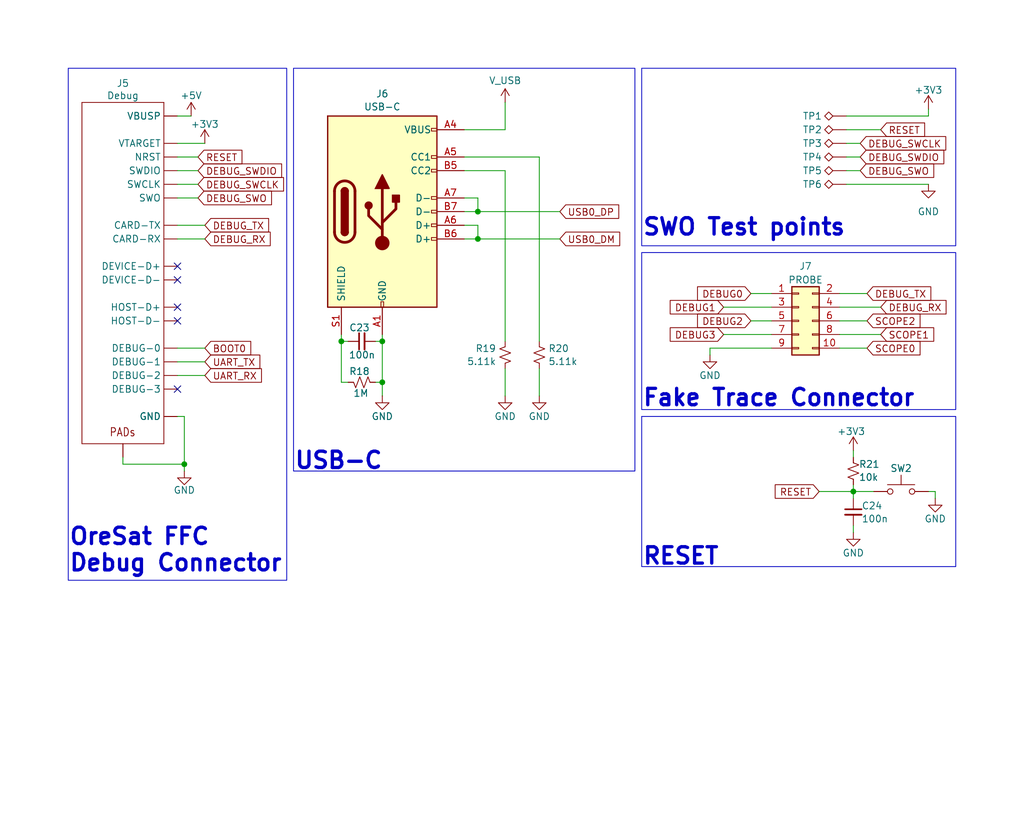
<source format=kicad_sch>
(kicad_sch (version 20250114) (generator "eeschema") (generator_version "9.0")
  (paper "User" 190.5 152.4)
  (title_block (title "OreSat Reaction Wheel Control Board (MCXN Version)") (rev "3") (company "Chris Kane-Pardy, Portland State Aerospace Society"))
  (lib_symbols
    (symbol "Connector:TestPoint_Alt" (pin_numbers (hide yes)) (pin_names (offset 0.762) (hide yes))
      (property "Reference" "TP" (at 0 6.858 0))
      (property "Value" "TestPoint_Alt" (at 0 5.08 0))
      (symbol "TestPoint_Alt_0_1"
        (polyline (pts (xy 0 2.54) (xy -0.762 3.302) (xy 0 4.064) (xy 0.762 3.302) (xy 0 2.54)))
      )
      (symbol "TestPoint_Alt_1_1"
        (pin passive line (at 0 0 90) (length 2.54) (name "1") (number "1"))
      )
    )
    (symbol "Connector:USB_C_Receptacle_USB2.0_14P" (pin_names (offset 1.016))
      (property "Reference" "J" (at 0 22.225 0))
      (property "Value" "USB_C_Receptacle_USB2.0_14P" (at 0 19.685 0))
      (symbol "USB_C_Receptacle_USB2.0_14P_0_0"
        (rectangle (start -0.254 -17.78) (end 0.254 -16.764))
        (rectangle (start 10.16 15.494) (end 9.144 14.986))
        (rectangle (start 10.16 10.414) (end 9.144 9.906))
        (rectangle (start 10.16 7.874) (end 9.144 7.366))
        (rectangle (start 10.16 2.794) (end 9.144 2.286))
        (rectangle (start 10.16 0.254) (end 9.144 -0.254))
        (rectangle (start 10.16 -2.286) (end 9.144 -2.794))
        (rectangle (start 10.16 -4.826) (end 9.144 -5.334))
      )
      (symbol "USB_C_Receptacle_USB2.0_14P_0_1"
        (rectangle (start -10.16 17.78) (end 10.16 -17.78) (stroke (width 0.254)) (fill (type background)))
        (polyline (pts (xy -8.89 -3.81) (xy -8.89 3.81)) (stroke (width 0.508)))
        (rectangle (start -7.62 -3.81) (end -6.35 3.81) (stroke (width 0.254)) (fill (type outline)))
        (arc (start -7.62 3.81) (mid -6.985 4.4423) (end -6.35 3.81) (stroke (width 0.254)))
        (arc (start -7.62 3.81) (mid -6.985 4.4423) (end -6.35 3.81) (stroke (width 0.254)) (fill (type outline)))
        (arc (start -8.89 3.81) (mid -6.985 5.7067) (end -5.08 3.81) (stroke (width 0.508)))
        (arc (start -5.08 -3.81) (mid -6.985 -5.7067) (end -8.89 -3.81) (stroke (width 0.508)))
        (arc (start -6.35 -3.81) (mid -6.985 -4.4423) (end -7.62 -3.81) (stroke (width 0.254)))
        (arc (start -6.35 -3.81) (mid -6.985 -4.4423) (end -7.62 -3.81) (stroke (width 0.254)) (fill (type outline)))
        (polyline (pts (xy -5.08 3.81) (xy -5.08 -3.81)) (stroke (width 0.508)))
        (circle (center -2.54 1.143) (radius 0.635) (stroke (width 0.254)) (fill (type outline)))
        (polyline (pts (xy -1.27 4.318) (xy 0 6.858) (xy 1.27 4.318) (xy -1.27 4.318)) (stroke (width 0.254)) (fill (type outline)))
        (polyline (pts (xy 0 -2.032) (xy 2.54 0.508) (xy 2.54 1.778)) (stroke (width 0.508)))
        (polyline (pts (xy 0 -3.302) (xy -2.54 -0.762) (xy -2.54 0.508)) (stroke (width 0.508)))
        (polyline (pts (xy 0 -5.842) (xy 0 4.318)) (stroke (width 0.508)))
        (circle (center 0 -5.842) (radius 1.27) (fill (type outline)))
        (rectangle (start 1.905 1.778) (end 3.175 3.048) (stroke (width 0.254)) (fill (type outline)))
      )
      (symbol "USB_C_Receptacle_USB2.0_14P_1_1"
        (pin passive line (at -7.62 -22.86 90) (length 5.08) (name "SHIELD") (number "S1"))
        (pin passive line (at 0 -22.86 90) (length 5.08) (name "GND") (number "A1"))
        (pin passive line (at 0 -22.86 90) (length 5.08) (hide yes) (name "GND") (number "A12"))
        (pin passive line (at 0 -22.86 90) (length 5.08) (hide yes) (name "GND") (number "B1"))
        (pin passive line (at 0 -22.86 90) (length 5.08) (hide yes) (name "GND") (number "B12"))
        (pin passive line (at 15.24 15.24 180) (length 5.08) (name "VBUS") (number "A4"))
        (pin passive line (at 15.24 15.24 180) (length 5.08) (hide yes) (name "VBUS") (number "A9"))
        (pin passive line (at 15.24 15.24 180) (length 5.08) (hide yes) (name "VBUS") (number "B4"))
        (pin passive line (at 15.24 15.24 180) (length 5.08) (hide yes) (name "VBUS") (number "B9"))
        (pin bidirectional line (at 15.24 10.16 180) (length 5.08) (name "CC1") (number "A5"))
        (pin bidirectional line (at 15.24 7.62 180) (length 5.08) (name "CC2") (number "B5"))
        (pin bidirectional line (at 15.24 2.54 180) (length 5.08) (name "D-") (number "A7"))
        (pin bidirectional line (at 15.24 0 180) (length 5.08) (name "D-") (number "B7"))
        (pin bidirectional line (at 15.24 -2.54 180) (length 5.08) (name "D+") (number "A6"))
        (pin bidirectional line (at 15.24 -5.08 180) (length 5.08) (name "D+") (number "B6"))
      )
    )
    (symbol "Connector_Generic:Conn_02x05_Odd_Even" (pin_names (offset 1.016) (hide yes))
      (property "Reference" "J" (at 1.27 7.62 0))
      (property "Value" "Conn_02x05_Odd_Even" (at 1.27 -7.62 0))
      (symbol "Conn_02x05_Odd_Even_1_1"
        (rectangle (start -1.27 6.35) (end 3.81 -6.35) (stroke (width 0.254)) (fill (type background)))
        (rectangle (start -1.27 5.207) (end 0 4.953) (stroke (width 0.1524)))
        (rectangle (start -1.27 2.667) (end 0 2.413) (stroke (width 0.1524)))
        (rectangle (start -1.27 0.127) (end 0 -0.127) (stroke (width 0.1524)))
        (rectangle (start -1.27 -2.413) (end 0 -2.667) (stroke (width 0.1524)))
        (rectangle (start -1.27 -4.953) (end 0 -5.207) (stroke (width 0.1524)))
        (rectangle (start 3.81 5.207) (end 2.54 4.953) (stroke (width 0.1524)))
        (rectangle (start 3.81 2.667) (end 2.54 2.413) (stroke (width 0.1524)))
        (rectangle (start 3.81 0.127) (end 2.54 -0.127) (stroke (width 0.1524)))
        (rectangle (start 3.81 -2.413) (end 2.54 -2.667) (stroke (width 0.1524)))
        (rectangle (start 3.81 -4.953) (end 2.54 -5.207) (stroke (width 0.1524)))
        (pin passive line (at -5.08 5.08 0) (length 3.81) (name "Pin_1") (number "1"))
        (pin passive line (at -5.08 2.54 0) (length 3.81) (name "Pin_3") (number "3"))
        (pin passive line (at -5.08 0 0) (length 3.81) (name "Pin_5") (number "5"))
        (pin passive line (at -5.08 -2.54 0) (length 3.81) (name "Pin_7") (number "7"))
        (pin passive line (at -5.08 -5.08 0) (length 3.81) (name "Pin_9") (number "9"))
        (pin passive line (at 7.62 5.08 180) (length 3.81) (name "Pin_2") (number "2"))
        (pin passive line (at 7.62 2.54 180) (length 3.81) (name "Pin_4") (number "4"))
        (pin passive line (at 7.62 0 180) (length 3.81) (name "Pin_6") (number "6"))
        (pin passive line (at 7.62 -2.54 180) (length 3.81) (name "Pin_8") (number "8"))
        (pin passive line (at 7.62 -5.08 180) (length 3.81) (name "Pin_10") (number "10"))
      )
    )
    (symbol "Device:C_Small" (pin_numbers (hide yes)) (pin_names (offset 0.254) (hide yes))
      (property "Reference" "C" (at 0.254 1.778 0))
      (property "Value" "C_Small" (at 0.254 -2.032 0))
      (symbol "C_Small_0_1"
        (polyline (pts (xy -1.524 0.508) (xy 1.524 0.508)) (stroke (width 0.3048)))
        (polyline (pts (xy -1.524 -0.508) (xy 1.524 -0.508)) (stroke (width 0.3302)))
      )
      (symbol "C_Small_1_1"
        (pin passive line (at 0 2.54 270) (length 2.032) (name "~") (number "1"))
        (pin passive line (at 0 -2.54 90) (length 2.032) (name "~") (number "2"))
      )
    )
    (symbol "Device:R_Small_US" (pin_numbers (hide yes)) (pin_names (offset 0.254) (hide yes))
      (property "Reference" "R" (at 0.762 0.508 0))
      (property "Value" "R_Small_US" (at 0.762 -1.016 0))
      (symbol "R_Small_US_1_1"
        (polyline (pts (xy 0 1.524) (xy 1.016 1.143) (xy 0 0.762) (xy -1.016 0.381) (xy 0 0)))
        (polyline (pts (xy 0 0) (xy 1.016 -0.381) (xy 0 -0.762) (xy -1.016 -1.143) (xy 0 -1.524)))
        (pin passive line (at 0 2.54 270) (length 1.016) (name "~") (number "1"))
        (pin passive line (at 0 -2.54 90) (length 1.016) (name "~") (number "2"))
      )
    )
    (symbol "MCXN-rev-3-symbols:J-TE-Debug-2-1734592-0"
      (property "Reference" "J" (at 0 35.56 0))
      (property "Value" "J-TE-Debug-2-1734592-0" (at 0 33.02 0))
      (symbol "J-TE-Debug-2-1734592-0_1_0"
        (polyline (pts (xy -7.62 30.48) (xy -7.62 -33.02)) (stroke (width 0.1524)))
        (polyline (pts (xy -7.62 -33.02) (xy 7.62 -33.02)) (stroke (width 0.1524)))
        (polyline (pts (xy 7.62 30.48) (xy -7.62 30.48)) (stroke (width 0.1524)))
        (polyline (pts (xy 7.62 -33.02) (xy 7.62 30.48)) (stroke (width 0.1524)))
        (text "PADs" (at -2.54 -31.75 0) (effects (font (size 1.524 1.2954)) (justify left bottom)))
        (pin bidirectional line (at 0 -35.56 90) (length 2.54) (name "PAD") (number "PAD1"))
        (pin bidirectional line (at 0 -35.56 90) (length 2.54) (name "PAD") (number "PAD2"))
        (pin passive line (at 10.16 27.94 180) (length 2.54) (name "VBUSP") (number "1"))
        (pin passive line (at 10.16 27.94 180) (length 2.54) (name "VBUSP") (number "2"))
        (pin passive line (at 10.16 22.86 180) (length 2.54) (name "VTARGET") (number "11"))
        (pin passive line (at 10.16 20.32 180) (length 2.54) (name "NRST") (number "10"))
        (pin passive line (at 10.16 17.78 180) (length 2.54) (name "SWDIO") (number "14"))
        (pin passive line (at 10.16 15.24 180) (length 2.54) (name "SWCLK") (number "15"))
        (pin passive line (at 10.16 12.7 180) (length 2.54) (name "SWO") (number "16"))
        (pin passive line (at 10.16 7.62 180) (length 2.54) (name "CARD-TX") (number "13"))
        (pin passive line (at 10.16 5.08 180) (length 2.54) (name "CARD-RX") (number "12"))
        (pin passive line (at 10.16 0 180) (length 2.54) (name "DEVICE-D+") (number "4"))
        (pin passive line (at 10.16 -2.54 180) (length 2.54) (name "DEVICE-D-") (number "5"))
        (pin passive line (at 10.16 -7.62 180) (length 2.54) (name "HOST-D+") (number "7"))
        (pin passive line (at 10.16 -10.16 180) (length 2.54) (name "HOST-D-") (number "8"))
        (pin passive line (at 10.16 -15.24 180) (length 2.54) (name "DEBUG-0") (number "17"))
        (pin passive line (at 10.16 -17.78 180) (length 2.54) (name "DEBUG-1") (number "18"))
        (pin passive line (at 10.16 -20.32 180) (length 2.54) (name "DEBUG-2") (number "19"))
        (pin passive line (at 10.16 -22.86 180) (length 2.54) (name "DEBUG-3") (number "20"))
        (pin passive line (at 10.16 -27.94 180) (length 2.54) (name "GND") (number "3"))
        (pin passive line (at 10.16 -27.94 180) (length 2.54) (name "GND") (number "6"))
        (pin passive line (at 10.16 -27.94 180) (length 2.54) (name "GND") (number "9"))
      )
    )
    (symbol "Switch:SW_Push" (pin_numbers (hide yes)) (pin_names (offset 1.016) (hide yes))
      (property "Reference" "SW" (at 1.27 2.54 0))
      (property "Value" "SW_Push" (at 0 -1.524 0))
      (symbol "SW_Push_0_1"
        (circle (center -2.032 0) (radius 0.508))
        (polyline (pts (xy 0 1.27) (xy 0 3.048)))
        (circle (center 2.032 0) (radius 0.508))
        (polyline (pts (xy 2.54 1.27) (xy -2.54 1.27)))
        (pin passive line (at -5.08 0 0) (length 2.54) (name "1") (number "1"))
        (pin passive line (at 5.08 0 180) (length 2.54) (name "2") (number "2"))
      )
    )
    (symbol "power:+3.3V" (power) (pin_numbers (hide yes)) (pin_names (offset 0) (hide yes))
      (property "Value" "+3.3V" (at 0 3.556 0))
      (symbol "+3.3V_0_1"
        (polyline (pts (xy -0.762 1.27) (xy 0 2.54)))
        (polyline (pts (xy 0 2.54) (xy 0.762 1.27)))
        (polyline (pts (xy 0 0) (xy 0 2.54)))
      )
      (symbol "+3.3V_1_1"
        (pin power_in line (at 0 0 90) (length 0) (name "~") (number "1"))
      )
    )
    (symbol "power:+3V3" (power) (pin_numbers (hide yes)) (pin_names (offset 0) (hide yes))
      (property "Value" "+3V3" (at 0 3.556 0))
      (symbol "+3V3_0_1"
        (polyline (pts (xy -0.762 1.27) (xy 0 2.54)))
        (polyline (pts (xy 0 2.54) (xy 0.762 1.27)))
        (polyline (pts (xy 0 0) (xy 0 2.54)))
      )
      (symbol "+3V3_1_1"
        (pin power_in line (at 0 0 90) (length 0) (name "~") (number "1"))
      )
    )
    (symbol "power:+5V" (power) (pin_numbers (hide yes)) (pin_names (offset 0) (hide yes))
      (property "Value" "+5V" (at 0 3.556 0))
      (symbol "+5V_0_1"
        (polyline (pts (xy -0.762 1.27) (xy 0 2.54)))
        (polyline (pts (xy 0 2.54) (xy 0.762 1.27)))
        (polyline (pts (xy 0 0) (xy 0 2.54)))
      )
      (symbol "+5V_1_1"
        (pin power_in line (at 0 0 90) (length 0) (name "~") (number "1"))
      )
    )
    (symbol "power:GND" (power) (pin_numbers (hide yes)) (pin_names (offset 0) (hide yes))
      (property "Value" "GND" (at 0 -3.81 0))
      (symbol "GND_0_1"
        (polyline (pts (xy 0 0) (xy 0 -1.27) (xy 1.27 -1.27) (xy 0 -2.54) (xy -1.27 -1.27) (xy 0 -1.27)))
      )
      (symbol "GND_1_1"
        (pin power_in line (at 0 0 270) (length 0) (name "~") (number "1"))
      )
    )
  )
  (rectangle (start 54.61 12.7) (end 118.11 87.63))
  (rectangle (start 12.7 12.7) (end 53.34 107.95))
  (rectangle (start 119.38 77.47) (end 177.8 105.41))
  (rectangle (start 119.38 46.99) (end 177.8 76.2))
  (rectangle (start 119.38 12.7) (end 177.8 45.72))
  (text "USB-C\n" (at 54.61 87.63 0) (effects (font (size 3.048 3.048) (thickness 0.6096) (bold yes)) (justify left bottom)))
  (text "Fake Trace Connector" (at 119.38 75.946 0) (effects (font (size 3.048 3.048) (thickness 0.6096) (bold yes)) (justify left bottom)))
  (text "OreSat FFC\nDebug Connector" (at 12.7 106.68 0) (effects (font (size 3.048 3.048) (thickness 0.6096) (bold yes)) (justify left bottom)))
  (text "SWO Test points" (at 119.38 44.196 0) (effects (font (size 3.048 3.048) (thickness 0.6096) (bold yes)) (justify left bottom)))
  (text "RESET" (at 119.38 105.41 0) (effects (font (size 3.048 3.048) (thickness 0.6096) (bold yes)) (justify left bottom)))
  (junction (at 34.29 86.36))
  (junction (at 71.12 71.12))
  (junction (at 88.9 39.37))
  (junction (at 158.75 91.44))
  (junction (at 71.12 63.5))
  (junction (at 63.5 63.5))
  (junction (at 88.9 44.45))
  (no_connect (at 33.02 49.53))
  (no_connect (at 33.02 57.15))
  (no_connect (at 33.02 52.07))
  (no_connect (at 33.02 59.69))
  (no_connect (at 33.02 72.39))
  (wire (pts (xy 33.02 34.29) (xy 36.83 34.29)))
  (wire (pts (xy 134.62 57.15) (xy 143.51 57.15)))
  (wire (pts (xy 93.98 31.75) (xy 93.98 63.5)))
  (wire (pts (xy 172.72 20.32) (xy 172.72 21.59)))
  (wire (pts (xy 86.36 39.37) (xy 88.9 39.37)))
  (wire (pts (xy 63.5 63.5) (xy 63.5 71.12)))
  (wire (pts (xy 71.12 71.12) (xy 71.12 73.66)))
  (wire (pts (xy 158.75 97.79) (xy 158.75 99.06)))
  (wire (pts (xy 132.08 64.77) (xy 143.51 64.77)))
  (wire (pts (xy 22.86 86.36) (xy 22.86 85.09)))
  (wire (pts (xy 139.7 54.61) (xy 143.51 54.61)))
  (wire (pts (xy 86.36 44.45) (xy 88.9 44.45)))
  (wire (pts (xy 34.29 77.47) (xy 33.02 77.47)))
  (wire (pts (xy 33.02 41.91) (xy 38.1 41.91)))
  (wire (pts (xy 35.56 21.59) (xy 33.02 21.59)))
  (wire (pts (xy 161.29 64.77) (xy 156.21 64.77)))
  (wire (pts (xy 134.62 62.23) (xy 143.51 62.23)))
  (wire (pts (xy 161.29 54.61) (xy 156.21 54.61)))
  (wire (pts (xy 63.5 63.5) (xy 64.77 63.5)))
  (wire (pts (xy 33.02 44.45) (xy 38.1 44.45)))
  (wire (pts (xy 157.48 34.29) (xy 172.72 34.29)))
  (wire (pts (xy 158.75 91.44) (xy 158.75 92.71)))
  (wire (pts (xy 158.75 91.44) (xy 162.56 91.44)))
  (wire (pts (xy 163.83 62.23) (xy 156.21 62.23)))
  (wire (pts (xy 86.36 41.91) (xy 88.9 41.91)))
  (wire (pts (xy 161.29 59.69) (xy 156.21 59.69)))
  (wire (pts (xy 157.48 31.75) (xy 160.02 31.75)))
  (wire (pts (xy 152.4 91.44) (xy 158.75 91.44)))
  (wire (pts (xy 34.29 86.36) (xy 34.29 77.47)))
  (wire (pts (xy 173.99 91.44) (xy 173.99 92.71)))
  (wire (pts (xy 86.36 36.83) (xy 88.9 36.83)))
  (wire (pts (xy 33.02 26.67) (xy 38.1 26.67)))
  (wire (pts (xy 88.9 44.45) (xy 104.14 44.45)))
  (wire (pts (xy 157.48 21.59) (xy 172.72 21.59)))
  (wire (pts (xy 33.02 67.31) (xy 38.1 67.31)))
  (wire (pts (xy 71.12 62.23) (xy 71.12 63.5)))
  (wire (pts (xy 93.98 68.58) (xy 93.98 73.66)))
  (wire (pts (xy 33.02 29.21) (xy 36.83 29.21)))
  (wire (pts (xy 88.9 39.37) (xy 104.14 39.37)))
  (wire (pts (xy 139.7 59.69) (xy 143.51 59.69)))
  (wire (pts (xy 158.75 83.82) (xy 158.75 85.09)))
  (wire (pts (xy 157.48 24.13) (xy 163.83 24.13)))
  (wire (pts (xy 34.29 87.63) (xy 34.29 86.36)))
  (wire (pts (xy 100.33 29.21) (xy 100.33 63.5)))
  (wire (pts (xy 157.48 29.21) (xy 160.02 29.21)))
  (wire (pts (xy 88.9 36.83) (xy 88.9 39.37)))
  (wire (pts (xy 33.02 69.85) (xy 38.1 69.85)))
  (wire (pts (xy 93.98 19.05) (xy 93.98 24.13)))
  (wire (pts (xy 33.02 64.77) (xy 38.1 64.77)))
  (wire (pts (xy 63.5 63.5) (xy 63.5 62.23)))
  (wire (pts (xy 86.36 31.75) (xy 93.98 31.75)))
  (wire (pts (xy 88.9 41.91) (xy 88.9 44.45)))
  (wire (pts (xy 158.75 90.17) (xy 158.75 91.44)))
  (wire (pts (xy 69.85 63.5) (xy 71.12 63.5)))
  (wire (pts (xy 63.5 71.12) (xy 64.77 71.12)))
  (wire (pts (xy 163.83 57.15) (xy 156.21 57.15)))
  (wire (pts (xy 172.72 91.44) (xy 173.99 91.44)))
  (wire (pts (xy 33.02 36.83) (xy 36.83 36.83)))
  (wire (pts (xy 86.36 24.13) (xy 93.98 24.13)))
  (wire (pts (xy 157.48 26.67) (xy 160.02 26.67)))
  (wire (pts (xy 22.86 86.36) (xy 34.29 86.36)))
  (wire (pts (xy 132.08 66.04) (xy 132.08 64.77)))
  (wire (pts (xy 33.02 31.75) (xy 36.83 31.75)))
  (wire (pts (xy 100.33 68.58) (xy 100.33 73.66)))
  (wire (pts (xy 71.12 63.5) (xy 71.12 71.12)))
  (wire (pts (xy 86.36 29.21) (xy 100.33 29.21)))
  (wire (pts (xy 69.85 71.12) (xy 71.12 71.12)))
  (global_label "DEBUG_SWO" (shape input) (at 36.83 36.83 0) (property "Intersheetrefs" "${INTERSHEET_REFS}" (effects (hide yes))))
  (global_label "SCOPE2" (shape input) (at 161.29 59.69 0) (property "Intersheetrefs" "${INTERSHEET_REFS}" (effects (hide yes))))
  (global_label "DEBUG_RX" (shape input) (at 163.83 57.15 0) (property "Intersheetrefs" "${INTERSHEET_REFS}" (effects (hide yes))))
  (global_label "UART_RX" (shape input) (at 38.1 69.85 0) (property "Intersheetrefs" "${INTERSHEET_REFS}" (effects (hide yes))))
  (global_label "UART_TX" (shape input) (at 38.1 67.31 0) (property "Intersheetrefs" "${INTERSHEET_REFS}" (effects (hide yes))))
  (global_label "RESET" (shape input) (at 152.4 91.44 180) (property "Intersheetrefs" "${INTERSHEET_REFS}" (effects (hide yes))))
  (global_label "DEBUG_SWO" (shape input) (at 160.02 31.75 0) (property "Intersheetrefs" "${INTERSHEET_REFS}" (effects (hide yes))))
  (global_label "DEBUG0" (shape input) (at 139.7 54.61 180) (property "Intersheetrefs" "${INTERSHEET_REFS}" (effects (hide yes))))
  (global_label "USB0_DP" (shape input) (at 104.14 39.37 0) (property "Intersheetrefs" "${INTERSHEET_REFS}" (effects (hide yes))))
  (global_label "RESET" (shape input) (at 36.83 29.21 0) (property "Intersheetrefs" "${INTERSHEET_REFS}" (effects (hide yes))))
  (global_label "DEBUG2" (shape input) (at 139.7 59.69 180) (property "Intersheetrefs" "${INTERSHEET_REFS}" (effects (hide yes))))
  (global_label "RESET" (shape input) (at 163.83 24.13 0) (property "Intersheetrefs" "${INTERSHEET_REFS}" (effects (hide yes))))
  (global_label "DEBUG_SWCLK" (shape input) (at 36.83 34.29 0) (property "Intersheetrefs" "${INTERSHEET_REFS}" (effects (hide yes))))
  (global_label "DEBUG_TX" (shape input) (at 38.1 41.91 0) (property "Intersheetrefs" "${INTERSHEET_REFS}" (effects (hide yes))))
  (global_label "SCOPE0" (shape input) (at 161.29 64.77 0) (property "Intersheetrefs" "${INTERSHEET_REFS}" (effects (hide yes))))
  (global_label "DEBUG3" (shape input) (at 134.62 62.23 180) (property "Intersheetrefs" "${INTERSHEET_REFS}" (effects (hide yes))))
  (global_label "DEBUG_SWDIO" (shape input) (at 160.02 29.21 0) (property "Intersheetrefs" "${INTERSHEET_REFS}" (effects (hide yes))))
  (global_label "USB0_DM" (shape input) (at 104.14 44.45 0) (property "Intersheetrefs" "${INTERSHEET_REFS}" (effects (hide yes))))
  (global_label "SCOPE1" (shape input) (at 163.83 62.23 0) (property "Intersheetrefs" "${INTERSHEET_REFS}" (effects (hide yes))))
  (global_label "DEBUG_RX" (shape input) (at 38.1 44.45 0) (property "Intersheetrefs" "${INTERSHEET_REFS}" (effects (hide yes))))
  (global_label "BOOT0" (shape input) (at 38.1 64.77 0) (property "Intersheetrefs" "${INTERSHEET_REFS}" (effects (hide yes))))
  (global_label "DEBUG_SWCLK" (shape input) (at 160.02 26.67 0) (property "Intersheetrefs" "${INTERSHEET_REFS}" (effects (hide yes))))
  (global_label "DEBUG1" (shape input) (at 134.62 57.15 180) (property "Intersheetrefs" "${INTERSHEET_REFS}" (effects (hide yes))))
  (global_label "DEBUG_SWDIO" (shape input) (at 36.83 31.75 0) (property "Intersheetrefs" "${INTERSHEET_REFS}" (effects (hide yes))))
  (global_label "DEBUG_TX" (shape input) (at 161.29 54.61 0) (property "Intersheetrefs" "${INTERSHEET_REFS}" (effects (hide yes))))
  (symbol (lib_id "Connector_Generic:Conn_02x05_Odd_Even") (at 148.59 59.69 0) (unit 1)
    (property "Reference" "J7" (at 149.86 49.53 0))
    (property "Value" "PROBE" (at 149.86 52.07 0))
    (property "Footprint" "Connector_PinHeader_1.27mm:PinHeader_2x05_P1.27mm_Horizontal" (effects (hide yes)))
    (property "Datasheet" "https://suddendocs.samtec.com/catalog_english/ftsh_smt.pdf" (effects (hide yes)))
    (property "Dist" "Digikey" (effects (hide yes)))
    (property "Dist P/N" "FTSH-105-02-L-DV-A-ND" (effects (hide yes)))
    (property "Mfg" "Samtec" (effects (hide yes)))
    (property "Mfg P/N" "FTSH-105-02-L-DV-A" (effects (hide yes)))
  )
  (symbol (lib_id "Connector:TestPoint_Alt") (at 157.48 26.67 90) (unit 1)
    (property "Reference" "TP3" (at 151.13 26.67 90))
    (property "Value" "TestPoint_Alt" (effects (hide yes)))
    (property "Footprint" "TestPoint:TestPoint_THTPad_1.0x1.0mm_Drill0.5mm" (effects (hide yes)))
  )
  (symbol (lib_id "power:GND") (at 158.75 99.06 0) (unit 1)
    (property "Reference" "#PWR054" (effects (hide yes)))
    (property "Value" "GND" (at 158.75 102.87 0))
    (property "Description" "Power symbol creates a global label with name \"GND\" , ground" (effects (hide yes)))
  )
  (symbol (lib_id "Device:R_Small_US") (at 158.75 87.63 180) (unit 1)
    (property "Reference" "R21" (at 159.766 86.36 0) (effects (justify right)))
    (property "Value" "10k" (at 159.766 88.7843 0) (effects (justify right)))
    (property "Footprint" "Resistor_SMD:R_0402_1005Metric" (effects (hide yes)))
    (property "Datasheet" "https://www.yageogroup.com/content/datasheet/asset/file/PYU-AC_51_ROHS_L" (effects (hide yes)))
    (property "Description" "Resistor, small US symbol" (effects (hide yes)))
    (property "Dist" "Digikey" (effects (hide yes)))
    (property "Dist P/N" "13-AC0402DR-0710KLTR-ND" (effects (hide yes)))
    (property "Mfg" "Yageo" (effects (hide yes)))
    (property "Mfg P/N" "AC0402DR-0710KL " (effects (hide yes)))
  )
  (symbol (lib_id "Device:C_Small") (at 158.75 95.25 0) (unit 1)
    (property "Reference" "C24" (at 160.274 94.0957 0) (effects (justify left)))
    (property "Value" "100n" (at 160.274 96.52 0) (effects (justify left)))
    (property "Footprint" "Capacitor_SMD:C_0402_1005Metric" (effects (hide yes)))
    (property "Datasheet" "https://search.murata.co.jp/Ceramy/image/img/A01X/G101/ENG/GRM155R61A104KA01-01.pdf" (effects (hide yes)))
    (property "Description" "Unpolarized capacitor, small symbol" (effects (hide yes)))
    (property "Dist" "Digikey" (effects (hide yes)))
    (property "Dist P/N" "490-6297-2-ND" (effects (hide yes)))
    (property "Mfg" "Murata Electronics" (effects (hide yes)))
    (property "Mfg P/N" "GRM155R61A104KA01J" (effects (hide yes)))
  )
  (symbol (lib_id "Connector:TestPoint_Alt") (at 157.48 29.21 90) (unit 1)
    (property "Reference" "TP4" (at 151.13 29.21 90))
    (property "Value" "TestPoint_Alt" (effects (hide yes)))
    (property "Footprint" "TestPoint:TestPoint_THTPad_1.0x1.0mm_Drill0.5mm" (effects (hide yes)))
  )
  (symbol (lib_id "power:GND") (at 93.98 73.66 0) (unit 1)
    (property "Reference" "#PWR050" (effects (hide yes)))
    (property "Value" "GND" (at 93.98 77.47 0))
    (property "Description" "Power symbol creates a global label with name \"GND\" , ground" (effects (hide yes)))
  )
  (symbol (lib_id "Connector:TestPoint_Alt") (at 157.48 31.75 90) (unit 1)
    (property "Reference" "TP5" (at 151.13 31.75 90))
    (property "Value" "TestPoint_Alt" (effects (hide yes)))
    (property "Footprint" "TestPoint:TestPoint_THTPad_1.0x1.0mm_Drill0.5mm" (effects (hide yes)))
  )
  (symbol (lib_id "MCXN-rev-3-symbols:J-TE-Debug-2-1734592-0") (at 22.86 49.53 0) (unit 1)
    (property "Reference" "J5" (at 22.86 15.494 0))
    (property "Value" "Debug" (at 22.86 17.78 0))
    (property "Footprint" "MCXN-rev-3-footprints:J-TE_2-1734592-0" (effects (hide yes)))
    (property "Datasheet" "https://www.te.com/usa-en/product-2-1734592-0.datasheet.pdf" (effects (hide yes)))
    (property "Dist" "Digikey" (effects (hide yes)))
    (property "Dist P/N" "A100287TR-ND" (effects (hide yes)))
    (property "Mfg" "TE Connectivity" (effects (hide yes)))
    (property "Mfg P/N" "2-1734592-0" (effects (hide yes)))
  )
  (symbol (lib_id "power:GND") (at 71.12 73.66 0) (unit 1)
    (property "Reference" "#PWR048" (effects (hide yes)))
    (property "Value" "GND" (at 71.12 77.47 0))
    (property "Description" "Power symbol creates a global label with name \"GND\" , ground" (effects (hide yes)))
  )
  (symbol (lib_id "power:GND") (at 100.33 73.66 0) (unit 1)
    (property "Reference" "#PWR051" (effects (hide yes)))
    (property "Value" "GND" (at 100.33 77.47 0))
    (property "Description" "Power symbol creates a global label with name \"GND\" , ground" (effects (hide yes)))
  )
  (symbol (lib_id "Connector:TestPoint_Alt") (at 157.48 34.29 90) (unit 1)
    (property "Reference" "TP6" (at 151.13 34.29 90))
    (property "Value" "TestPoint_Alt" (effects (hide yes)))
    (property "Footprint" "TestPoint:TestPoint_THTPad_1.0x1.0mm_Drill0.5mm" (effects (hide yes)))
  )
  (symbol (lib_id "Connector:USB_C_Receptacle_USB2.0_14P") (at 71.12 39.37 0) (unit 1)
    (property "Reference" "J6" (at 71.12 17.4455 0))
    (property "Value" "USB-C" (at 71.12 19.8698 0))
    (property "Footprint" "Connector_USB:USB_C_Receptacle_Palconn_UTC16-G" (effects (hide yes)))
    (property "Datasheet" "https://www.usb.org/sites/default/files/documents/usb_type-c.zip" (effects (hide yes)))
    (property "Description" "USB 2.0-only 14P Type-C Receptacle connector" (effects (hide yes)))
  )
  (symbol (lib_id "power:GND") (at 132.08 66.04 0) (unit 1)
    (property "Reference" "#PWR052" (effects (hide yes)))
    (property "Value" "GND" (at 132.08 69.85 0))
  )
  (symbol (lib_id "Connector:TestPoint_Alt") (at 157.48 24.13 90) (unit 1)
    (property "Reference" "TP2" (at 151.13 24.13 90))
    (property "Value" "TestPoint_Alt" (effects (hide yes)))
    (property "Footprint" "TestPoint:TestPoint_THTPad_1.0x1.0mm_Drill0.5mm" (effects (hide yes)))
  )
  (symbol (lib_id "Device:C_Small") (at 67.31 63.5 90) (mirror x) (unit 1)
    (property "Reference" "C23" (at 68.834 60.96 90) (effects (justify left)))
    (property "Value" "100n" (at 69.85 66.04 90) (effects (justify left)))
    (property "Footprint" "Capacitor_SMD:C_0402_1005Metric" (effects (hide yes)))
    (property "Datasheet" "https://search.murata.co.jp/Ceramy/image/img/A01X/G101/ENG/GRM155R61A104KA01-01.pdf" (effects (hide yes)))
    (property "Description" "Unpolarized capacitor, small symbol" (effects (hide yes)))
    (property "Dist" "Digikey" (effects (hide yes)))
    (property "Dist P/N" "490-6297-2-ND" (effects (hide yes)))
    (property "Mfg" "Murata Electronics" (effects (hide yes)))
    (property "Mfg P/N" "GRM155R61A104KA01J" (effects (hide yes)))
  )
  (symbol (lib_id "Device:R_Small_US") (at 67.31 71.12 270) (mirror x) (unit 1)
    (property "Reference" "R18" (at 68.834 69.088 90) (effects (justify right)))
    (property "Value" "1M" (at 68.58 73.152 90) (effects (justify right)))
    (property "Footprint" "Resistor_SMD:R_0805_2012Metric" (effects (hide yes)))
    (property "Datasheet" "https://www.vishay.com/docs/20035/dcrcwe3.pdf" (effects (hide yes)))
    (property "Description" "Resistor, small US symbol" (effects (hide yes)))
    (property "Dist" "Digikey" (effects (hide yes)))
    (property "Dist P/N" "541-2853-2-ND" (effects (hide yes)))
    (property "Mfg" "Vishay" (effects (hide yes)))
    (property "Mfg P/N" "RCS08051M00FKEA" (effects (hide yes)))
  )
  (symbol (lib_id "power:GND") (at 173.99 92.71 0) (unit 1)
    (property "Reference" "#PWR057" (effects (hide yes)))
    (property "Value" "GND" (at 173.99 96.52 0))
    (property "Description" "Power symbol creates a global label with name \"GND\" , ground" (effects (hide yes)))
  )
  (symbol (lib_id "power:+5V") (at 35.56 21.59 0) (unit 1)
    (property "Reference" "#PWR046" (effects (hide yes)))
    (property "Value" "+5V" (at 35.56 17.78 0))
  )
  (symbol (lib_id "Switch:SW_Push") (at 167.64 91.44 0) (unit 1)
    (property "Reference" "SW2" (at 167.64 87.122 0))
    (property "Value" "RESET" (effects (hide yes)))
    (property "Footprint" "Button_Switch_SMD:SW_Push_SPST_NO_Alps_SKRK" (effects (hide yes)))
    (property "Datasheet" "https://tech.alpsalpine.com/cms.media/product_spec_skrkage020_en_9d3590da18.pdf" (effects (hide yes)))
    (property "Description" "Push button switch, generic, two pins" (effects (hide yes)))
    (property "Dist" "Digikey" (effects (hide yes)))
    (property "Dist P/N" "4809-SKRKAGE020TR-ND" (effects (hide yes)))
    (property "Mfg" "Alps Alpine" (effects (hide yes)))
    (property "Mfg P/N" "SKRKAGE020" (effects (hide yes)))
  )
  (symbol (lib_id "Device:R_Small_US") (at 93.98 66.04 0) (mirror x) (unit 1)
    (property "Reference" "R19" (at 92.329 64.8278 0) (effects (justify right)))
    (property "Value" "5.11k" (at 92.329 67.2521 0) (effects (justify right)))
    (property "Footprint" "Capacitor_SMD:C_0603_1608Metric" (effects (hide yes)))
    (property "Datasheet" "https://www.vishay.com/docs/20035/dcrcwe3.pdf" (effects (hide yes)))
    (property "Description" "Resistor, small US symbol" (effects (hide yes)))
    (property "Dist" "Digikey" (effects (hide yes)))
    (property "Dist P/N" "10-ERJ-UP3F5111VTR-ND" (effects (hide yes)))
    (property "Mfg" "Panasonic" (effects (hide yes)))
    (property "Mfg P/N" "ERJ-UP3F5111V" (effects (hide yes)))
  )
  (symbol (lib_id "Device:R_Small_US") (at 100.33 66.04 180) (unit 1)
    (property "Reference" "R20" (at 101.981 64.8278 0) (effects (justify right)))
    (property "Value" "5.11k" (at 101.981 67.2521 0) (effects (justify right)))
    (property "Footprint" "Capacitor_SMD:C_0603_1608Metric" (effects (hide yes)))
    (property "Datasheet" "https://www.vishay.com/docs/20035/dcrcwe3.pdf" (effects (hide yes)))
    (property "Description" "Resistor, small US symbol" (effects (hide yes)))
    (property "Dist" "Digikey" (effects (hide yes)))
    (property "Dist P/N" "10-ERJ-UP3F5111VTR-ND" (effects (hide yes)))
    (property "Mfg" "Panasonic" (effects (hide yes)))
    (property "Mfg P/N" "ERJ-UP3F5111V" (effects (hide yes)))
  )
  (symbol (lib_id "power:+3.3V") (at 158.75 83.82 0) (unit 1)
    (property "Reference" "#PWR053" (effects (hide yes)))
    (property "Value" "+3V3" (at 155.702 80.264 0) (effects (justify left)))
    (property "Description" "Power symbol creates a global label with name \"+3.3V\"" (effects (hide yes)))
  )
  (symbol (lib_id "power:GND") (at 34.29 87.63 0) (unit 1)
    (property "Reference" "#PWR045" (effects (hide yes)))
    (property "Value" "GND" (at 34.29 91.186 0))
  )
  (symbol (lib_id "power:+3V3") (at 172.72 20.32 0) (unit 1)
    (property "Reference" "#PWR055" (effects (hide yes)))
    (property "Value" "+3V3" (at 172.72 16.764 0))
  )
  (symbol (lib_id "power:+3V3") (at 93.98 19.05 0) (unit 1)
    (property "Reference" "#PWR049" (effects (hide yes)))
    (property "Value" "V_USB" (at 93.98 14.986 0))
  )
  (symbol (lib_id "power:+3V3") (at 38.1 26.67 0) (unit 1)
    (property "Reference" "#PWR047" (effects (hide yes)))
    (property "Value" "+3V3" (at 38.1 23.114 0))
  )
  (symbol (lib_id "power:GND") (at 172.72 34.29 0) (unit 1)
    (property "Reference" "#PWR056" (effects (hide yes)))
    (property "Value" "GND" (at 172.72 39.37 0))
  )
  (symbol (lib_id "Connector:TestPoint_Alt") (at 157.48 21.59 90) (unit 1)
    (property "Reference" "TP1" (at 151.13 21.59 90))
    (property "Value" "TestPoint_Alt" (effects (hide yes)))
    (property "Footprint" "TestPoint:TestPoint_THTPad_1.0x1.0mm_Drill0.5mm" (effects (hide yes)))
  )
)
</source>
